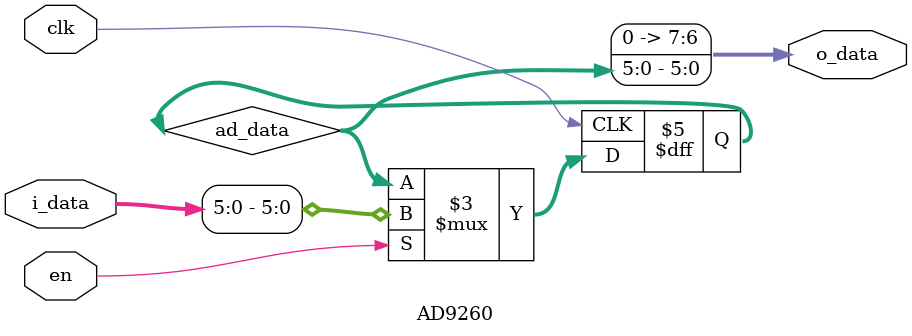
<source format=v>
module AD9260
(
	input clk,en,
	input [7:0] i_data,
	output [7:0] o_data
);
	reg [5:0] ad_data;
	
	initial
	begin
		ad_data = 0;
	end
					
	always@(posedge clk)
	if(en)
		//ad_data <= ad_data + 1'b1;
		ad_data <= i_data[5:0];
		
	assign o_data = {2'b0,ad_data};
	
	
	
endmodule
	

</source>
